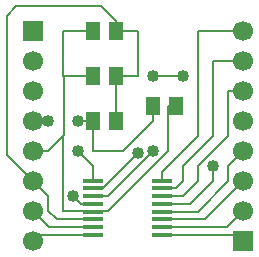
<source format=gtl>
G04 DipTrace 3.1.0.1*
G04 fr2311diptrace.gtl*
%MOIN*%
G04 #@! TF.FileFunction,Copper,L1,Top*
G04 #@! TF.Part,Single*
G04 #@! TA.AperFunction,Conductor*
%ADD11C,0.006*%
%ADD14R,0.051181X0.059055*%
G04 #@! TA.AperFunction,ComponentPad*
%ADD15R,0.066929X0.066929*%
%ADD16C,0.066929*%
%ADD17R,0.070866X0.015748*%
G04 #@! TA.AperFunction,ViaPad*
%ADD18C,0.04*%
%FSLAX26Y26*%
G04*
G70*
G90*
G75*
G01*
G04 Top*
%LPD*%
X818803Y1344000D2*
D11*
X894000D1*
Y1194000D1*
X818803D1*
Y1044000D1*
X744000Y716047D2*
X621953D1*
X594000Y744000D1*
Y794000D1*
X544000Y844000D1*
X818803Y1344000D2*
Y1375447D1*
X769000Y1425250D1*
X487750D1*
X456500Y1394000D1*
Y931500D1*
X544000Y844000D1*
X944000Y1094000D2*
Y1044000D1*
X844000Y944000D1*
X744000D1*
Y1044000D1*
X694000D1*
X594000D2*
X544000D1*
X744000Y767228D2*
X702022D1*
X675249Y794000D1*
X744000Y844000D2*
Y894000D1*
X694000Y944000D1*
X744000Y818409D2*
X774660D1*
X894000Y937749D1*
X744000Y792819D2*
X792819D1*
X944000Y944000D1*
X1044000Y1194000D2*
X944000D1*
X744000Y690457D2*
X597543D1*
X544000Y744000D1*
X744000Y664866D2*
X564866D1*
X544000Y644000D1*
X744000Y1344000D2*
X644000D1*
Y1194000D1*
X646385D1*
X744000D1*
X646385D2*
Y996385D1*
X643281Y993281D1*
X594000Y944000D1*
X544000D1*
X643281Y993281D2*
Y744000D1*
X741638D1*
X744000Y741638D1*
X1018803Y1094000D2*
X994000D1*
Y944000D1*
X794000Y744000D1*
X746362D1*
X744000Y741638D1*
X972346Y844000D2*
Y872346D1*
X1094000Y994000D1*
Y1344000D1*
X1244000D1*
X972346Y818409D2*
X1018409D1*
X1044000Y844000D1*
Y894000D1*
X1144000Y994000D1*
Y1244000D1*
X1244000D1*
X972346Y792819D2*
X1042819D1*
X1094000Y844000D1*
Y894000D1*
X1194000Y994000D1*
Y1144000D1*
X1244000D1*
X972346Y767228D2*
X1067228D1*
X1144000Y844000D1*
Y894000D1*
X972346Y741638D2*
X1091638D1*
X1194000Y844000D1*
Y894000D1*
X1244000Y944000D1*
X972346Y716047D2*
X1116047D1*
X1244000Y844000D1*
X972346Y690457D2*
X1190457D1*
X1244000Y744000D1*
X972354Y664866D2*
X1223134D1*
X1244000Y644000D1*
D18*
X694000Y1044000D3*
X594000D3*
X675249Y794000D3*
X694000Y1044000D3*
Y944000D3*
X894000Y937749D3*
X944000Y944000D3*
X1044000Y1194000D3*
X944000D3*
X1144000Y894000D3*
D14*
X744000Y1194000D3*
X818803D3*
X744000Y1344000D3*
X818803D3*
X744000Y1044000D3*
X818803D3*
D15*
X544000Y1344000D3*
D16*
Y1244000D3*
Y1144000D3*
Y1044000D3*
Y944000D3*
Y844000D3*
Y744000D3*
Y644000D3*
D15*
X1244000D3*
D16*
Y744000D3*
Y844000D3*
Y944000D3*
Y1044000D3*
Y1144000D3*
Y1244000D3*
Y1344000D3*
D14*
X944000Y1094000D3*
X1018803D3*
D17*
X744000Y844000D3*
Y818409D3*
Y792819D3*
Y767228D3*
Y741638D3*
Y716047D3*
Y690457D3*
Y664866D3*
X972354D3*
X972346Y690457D3*
Y716047D3*
Y741638D3*
Y767228D3*
Y792819D3*
Y818409D3*
Y844000D3*
M02*

</source>
